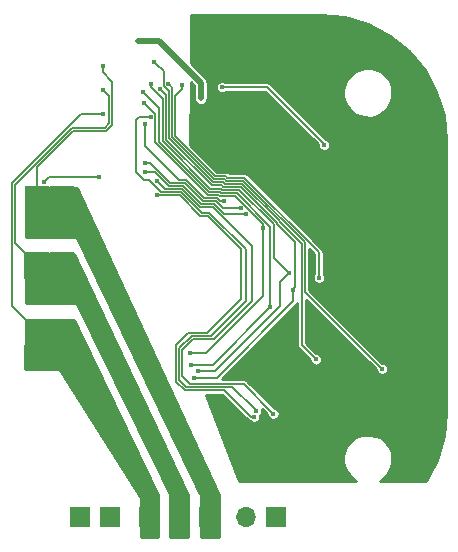
<source format=gbr>
G04 #@! TF.FileFunction,Copper,L2,Bot,Signal*
%FSLAX46Y46*%
G04 Gerber Fmt 4.6, Leading zero omitted, Abs format (unit mm)*
G04 Created by KiCad (PCBNEW 4.0.6) date 04/28/18 23:40:33*
%MOMM*%
%LPD*%
G01*
G04 APERTURE LIST*
%ADD10C,0.100000*%
%ADD11R,1.700000X1.700000*%
%ADD12O,1.700000X1.700000*%
%ADD13R,2.150000X2.200000*%
%ADD14C,0.400000*%
%ADD15C,0.500000*%
%ADD16C,0.130000*%
%ADD17C,0.254000*%
G04 APERTURE END LIST*
D10*
D11*
X73200000Y-85900000D03*
D12*
X70660000Y-85900000D03*
D11*
X56600000Y-85900000D03*
X59200000Y-85900000D03*
X62500000Y-85900000D03*
X65040000Y-85900000D03*
X67580000Y-85900000D03*
D13*
X52958935Y-72400000D03*
X52958935Y-70200000D03*
X55108935Y-72400000D03*
X55108935Y-70200000D03*
X52945000Y-66800000D03*
X52945000Y-64600000D03*
X55095000Y-66800000D03*
X55095000Y-64600000D03*
X52958935Y-61195000D03*
X52958935Y-58995000D03*
X55108935Y-61195000D03*
X55108935Y-58995000D03*
D14*
X77650000Y-62100000D03*
X74300000Y-81250000D03*
X76200000Y-74850000D03*
X72050000Y-72250000D03*
X82600000Y-63500000D03*
X82550000Y-70300000D03*
X67650000Y-54450000D03*
X67350000Y-54050000D03*
X72200000Y-47300000D03*
X71550000Y-47300000D03*
X70900000Y-47300000D03*
X70250000Y-47300000D03*
X73750000Y-47300000D03*
X73650000Y-56600000D03*
X74100000Y-56150000D03*
X62850004Y-45600000D03*
X62250000Y-45600000D03*
X61550000Y-45600004D03*
X66850000Y-49150000D03*
X66850000Y-49750000D03*
X66850000Y-50450000D03*
X58550000Y-51800000D03*
X58550000Y-49750000D03*
X58550000Y-47750000D03*
X77300000Y-54400000D03*
X68650000Y-49500000D03*
X62154990Y-55900000D03*
X70270685Y-59779315D03*
X70718687Y-60227316D03*
X62154990Y-56704315D03*
X66050000Y-73050000D03*
X61950000Y-49900000D03*
X72750000Y-68150000D03*
X66600000Y-73550000D03*
X62665825Y-49217677D03*
X74308093Y-65258636D03*
X65900000Y-72050000D03*
X62050000Y-50850000D03*
X72150000Y-61450000D03*
X66300000Y-74104990D03*
X63371481Y-49651262D03*
X74650000Y-66650000D03*
X58200000Y-57100000D03*
X53600000Y-57530002D03*
X71536701Y-76895010D03*
X62600000Y-52050000D03*
X71366430Y-77396927D03*
X63143602Y-58652231D03*
X63150000Y-57450000D03*
X73000000Y-77150000D03*
X62150000Y-52650000D03*
X68840858Y-59115087D03*
X64099999Y-49250000D03*
X82200000Y-73350000D03*
X62900000Y-47350000D03*
X76600000Y-72550000D03*
X65300000Y-49350000D03*
X76850000Y-65650000D03*
D15*
X63132846Y-45600000D02*
X62850004Y-45600000D01*
X66850000Y-49150000D02*
X63300000Y-45600000D01*
X63300000Y-45600000D02*
X63132846Y-45600000D01*
X62250000Y-45600000D02*
X62850004Y-45600000D01*
X62249996Y-45600004D02*
X62250000Y-45600000D01*
X61550000Y-45600004D02*
X62249996Y-45600004D01*
X66850000Y-49750000D02*
X66850000Y-50450000D01*
X66850000Y-49150000D02*
X66850000Y-49750000D01*
D16*
X58020000Y-51800000D02*
X58550000Y-51800000D01*
X50839989Y-62837700D02*
X50839989Y-57630011D01*
X56670000Y-51800000D02*
X58020000Y-51800000D01*
X50850000Y-62847711D02*
X50839989Y-62837700D01*
X50839989Y-57630011D02*
X56670000Y-51800000D01*
X52958935Y-70175000D02*
X50850000Y-68066065D01*
X52958935Y-70200000D02*
X52958935Y-70175000D01*
X50850000Y-68066065D02*
X50850000Y-62847711D01*
X58550000Y-49750000D02*
X58575000Y-49750000D01*
X51100000Y-57800000D02*
X51100000Y-62730000D01*
X58700000Y-52950000D02*
X55950000Y-52950000D01*
X59080000Y-52570000D02*
X58700000Y-52950000D01*
X58575000Y-49750000D02*
X59080000Y-50255000D01*
X59080000Y-50255000D02*
X59080000Y-52570000D01*
X55950000Y-52950000D02*
X51100000Y-57800000D01*
X51100000Y-62730000D02*
X52945000Y-64575000D01*
X52945000Y-64575000D02*
X52945000Y-64600000D01*
X55108935Y-58970000D02*
X55108935Y-58995000D01*
X59350000Y-49055000D02*
X58550000Y-48255000D01*
X59350000Y-52717711D02*
X59350000Y-49055000D01*
X56057699Y-53210011D02*
X58857700Y-53210011D01*
X52958935Y-58995000D02*
X52958935Y-56308775D01*
X58857700Y-53210011D02*
X59350000Y-52717711D01*
X58550000Y-48255000D02*
X58550000Y-47750000D01*
X52958935Y-56308775D02*
X56057699Y-53210011D01*
X68650000Y-49500000D02*
X72490000Y-49500000D01*
X72490000Y-49500000D02*
X77300000Y-54310000D01*
X77300000Y-54310000D02*
X77300000Y-54400000D01*
X68650000Y-49500000D02*
X68550000Y-49500000D01*
X62437832Y-55900000D02*
X62154990Y-55900000D01*
X64264502Y-57612187D02*
X62552315Y-55900000D01*
X65483031Y-57612187D02*
X64264502Y-57612187D01*
X70270685Y-59779315D02*
X68764737Y-59779315D01*
X68764737Y-59779315D02*
X68115400Y-59129978D01*
X67000818Y-59129978D02*
X65483031Y-57612187D01*
X62552315Y-55900000D02*
X62437832Y-55900000D01*
X68115400Y-59129978D02*
X67000818Y-59129978D01*
X65375331Y-57872198D02*
X64156802Y-57872198D01*
X68845027Y-60227316D02*
X68007700Y-59389989D01*
X70718687Y-60227316D02*
X68845027Y-60227316D01*
X68007700Y-59389989D02*
X66893119Y-59389989D01*
X66893119Y-59389989D02*
X65375331Y-57872198D01*
X62988919Y-56704315D02*
X62437832Y-56704315D01*
X62437832Y-56704315D02*
X62154990Y-56704315D01*
X64156802Y-57872198D02*
X62988919Y-56704315D01*
X62149999Y-50099999D02*
X61950000Y-49900000D01*
X68548621Y-58460066D02*
X68438500Y-58349945D01*
X63349945Y-51299945D02*
X62149999Y-50099999D01*
X67543679Y-58349945D02*
X63349945Y-54156211D01*
X69877776Y-58460066D02*
X68548621Y-58460066D01*
X72750000Y-68150000D02*
X72750000Y-61332291D01*
X68438500Y-58349945D02*
X67543679Y-58349945D01*
X63349945Y-54156211D02*
X63349945Y-51299945D01*
X72750000Y-61332291D02*
X69877776Y-58460066D01*
X66332842Y-73050000D02*
X66050000Y-73050000D01*
X67850000Y-73050000D02*
X66332842Y-73050000D01*
X72750000Y-68150000D02*
X67850000Y-73050000D01*
X70117766Y-58200055D02*
X68656321Y-58200055D01*
X62665825Y-49530208D02*
X62665825Y-49500519D01*
X67651379Y-58089934D02*
X63609956Y-54048511D01*
X68546200Y-58089934D02*
X67651379Y-58089934D01*
X68656321Y-58200055D02*
X68546200Y-58089934D01*
X62665825Y-49500519D02*
X62665825Y-49217677D01*
X74308093Y-65258636D02*
X73010011Y-63960554D01*
X73010011Y-63960554D02*
X73010011Y-61092300D01*
X73010011Y-61092300D02*
X70117766Y-58200055D01*
X63609956Y-50474339D02*
X62665825Y-49530208D01*
X63609956Y-54048511D02*
X63609956Y-50474339D01*
X66882842Y-73550000D02*
X66600000Y-73550000D01*
X73550000Y-66016729D02*
X73550000Y-68050000D01*
X73550000Y-68050000D02*
X68050000Y-73550000D01*
X74308093Y-65258636D02*
X73550000Y-66016729D01*
X68050000Y-73550000D02*
X66882842Y-73550000D01*
X63010011Y-54183988D02*
X67435979Y-58609956D01*
X68330800Y-58609956D02*
X68440921Y-58720077D01*
X69770076Y-58720077D02*
X72150000Y-61100001D01*
X62050000Y-50850000D02*
X63010011Y-51810011D01*
X72150000Y-61167158D02*
X72150000Y-61450000D01*
X67435979Y-58609956D02*
X68330800Y-58609956D01*
X63010011Y-51810011D02*
X63010011Y-54183988D01*
X72150000Y-61100001D02*
X72150000Y-61167158D01*
X68440921Y-58720077D02*
X69770076Y-58720077D01*
X66182842Y-72050000D02*
X65900000Y-72050000D01*
X72150000Y-67217711D02*
X67317711Y-72050000D01*
X72150000Y-61450000D02*
X72150000Y-67217711D01*
X67317711Y-72050000D02*
X66182842Y-72050000D01*
X74849999Y-66450001D02*
X74849999Y-62635421D01*
X67759079Y-57829923D02*
X63869967Y-53940811D01*
X73270022Y-61055444D02*
X73270022Y-60984600D01*
X63869967Y-50149748D02*
X63571480Y-49851261D01*
X63571480Y-49851261D02*
X63371481Y-49651262D01*
X73270022Y-60984600D02*
X70225466Y-57940044D01*
X74650000Y-66650000D02*
X74849999Y-66450001D01*
X63869967Y-53940811D02*
X63869967Y-50149748D01*
X74849999Y-62635421D02*
X73270022Y-61055444D01*
X70225466Y-57940044D02*
X68764021Y-57940044D01*
X68764021Y-57940044D02*
X68653900Y-57829923D01*
X68653900Y-57829923D02*
X67759079Y-57829923D01*
X66582842Y-74104990D02*
X66300000Y-74104990D01*
X68195010Y-74104990D02*
X66582842Y-74104990D01*
X74650000Y-66650000D02*
X74650000Y-67650000D01*
X74650000Y-67650000D02*
X68195010Y-74104990D01*
X53600000Y-57530002D02*
X54030002Y-57100000D01*
X54030002Y-57100000D02*
X58200000Y-57100000D01*
X67689989Y-70560011D02*
X66072278Y-70560011D01*
X65622278Y-74889989D02*
X69531680Y-74889989D01*
X65039989Y-71592300D02*
X65039989Y-74307700D01*
X67567711Y-60150000D02*
X70650000Y-63232289D01*
X70650000Y-67600000D02*
X67689989Y-70560011D01*
X66917710Y-60150000D02*
X67567711Y-60150000D01*
X65159931Y-58392220D02*
X66917710Y-60150000D01*
X62467710Y-57350000D02*
X63509930Y-58392220D01*
X69531680Y-74889989D02*
X71336702Y-76695011D01*
X71336702Y-76695011D02*
X71536701Y-76895010D01*
X63509930Y-58392220D02*
X65159931Y-58392220D01*
X61392978Y-56692978D02*
X62050000Y-57350000D01*
X62050000Y-57350000D02*
X62467710Y-57350000D01*
X61392978Y-52307022D02*
X61392978Y-56692978D01*
X61650000Y-52050000D02*
X61392978Y-52307022D01*
X62600000Y-52050000D02*
X61650000Y-52050000D01*
X70650000Y-63232289D02*
X70650000Y-67600000D01*
X66072278Y-70560011D02*
X65039989Y-71592300D01*
X65039989Y-74307700D02*
X65622278Y-74889989D01*
X67460011Y-60410011D02*
X70250000Y-63200000D01*
X64779978Y-74447689D02*
X65482289Y-75150000D01*
X66810011Y-60410011D02*
X67460011Y-60410011D01*
X70250000Y-63200000D02*
X70250000Y-67450000D01*
X68836661Y-75150000D02*
X71083588Y-77396927D01*
X70250000Y-67450000D02*
X67400000Y-70300000D01*
X65052231Y-58652231D02*
X66810011Y-60410011D01*
X63143602Y-58652231D02*
X65052231Y-58652231D01*
X67400000Y-70300000D02*
X65800000Y-70300000D01*
X65800000Y-70300000D02*
X64779978Y-71320022D01*
X64779978Y-71320022D02*
X64779978Y-74447689D01*
X65482289Y-75150000D02*
X68836661Y-75150000D01*
X71083588Y-77396927D02*
X71366430Y-77396927D01*
X71200000Y-67600000D02*
X71200000Y-62950000D01*
X71200000Y-62950000D02*
X67900000Y-59650000D01*
X65300000Y-74000000D02*
X65300000Y-71750000D01*
X67900000Y-59650000D02*
X66785420Y-59650000D01*
X67979978Y-70820022D02*
X71200000Y-67600000D01*
X73000000Y-77150000D02*
X70479978Y-74629978D01*
X65300000Y-71750000D02*
X66229978Y-70820022D01*
X65929978Y-74629978D02*
X65300000Y-74000000D01*
X70479978Y-74629978D02*
X65929978Y-74629978D01*
X63349999Y-57649999D02*
X63150000Y-57450000D01*
X66229978Y-70820022D02*
X67979978Y-70820022D01*
X66785420Y-59650000D02*
X65267631Y-58132209D01*
X65267631Y-58132209D02*
X63832209Y-58132209D01*
X63832209Y-58132209D02*
X63349999Y-57649999D01*
X62150000Y-52932842D02*
X62150000Y-52650000D01*
X62150000Y-54490429D02*
X62150000Y-52932842D01*
X65011747Y-57352176D02*
X62150000Y-54490429D01*
X65590731Y-57352176D02*
X65011747Y-57352176D01*
X68223100Y-58869967D02*
X67108517Y-58869967D01*
X68468220Y-59115087D02*
X68223100Y-58869967D01*
X68840858Y-59115087D02*
X68468220Y-59115087D01*
X67108517Y-58869967D02*
X65590731Y-57352176D01*
X68979421Y-57420022D02*
X68869300Y-57309901D01*
X70440866Y-57420022D02*
X68979421Y-57420022D01*
X64299998Y-49449999D02*
X64099999Y-49250000D01*
X64389989Y-53725411D02*
X64389989Y-49539990D01*
X75660011Y-62639168D02*
X70440866Y-57420022D01*
X75660011Y-66810011D02*
X75660011Y-62639168D01*
X82200000Y-73350000D02*
X75660011Y-66810011D01*
X67974479Y-57309901D02*
X64389989Y-53725411D01*
X64389989Y-49539990D02*
X64299998Y-49449999D01*
X68869300Y-57309901D02*
X67974479Y-57309901D01*
X63099999Y-47549999D02*
X62900000Y-47350000D01*
X73530033Y-60876900D02*
X70333166Y-57680033D01*
X73530033Y-60930033D02*
X73530033Y-60876900D01*
X64129978Y-53833111D02*
X64129978Y-49864583D01*
X63704997Y-49439602D02*
X63704997Y-48154997D01*
X67866779Y-57569912D02*
X64129978Y-53833111D01*
X68761600Y-57569912D02*
X67866779Y-57569912D01*
X75400000Y-62800000D02*
X73530033Y-60930033D01*
X64129978Y-49864583D02*
X63704997Y-49439602D01*
X75400000Y-71350000D02*
X75400000Y-62800000D01*
X76600000Y-72550000D02*
X75400000Y-71350000D01*
X70333166Y-57680033D02*
X68871721Y-57680033D01*
X63704997Y-48154997D02*
X63099999Y-47549999D01*
X68871721Y-57680033D02*
X68761600Y-57569912D01*
X69087121Y-57160011D02*
X68977000Y-57049890D01*
X70548566Y-57160011D02*
X69087121Y-57160011D01*
X68082179Y-57049890D02*
X64650000Y-53617711D01*
X64650000Y-53617711D02*
X64650000Y-50282842D01*
X76850000Y-65650000D02*
X76850000Y-63461446D01*
X76850000Y-63461446D02*
X70548566Y-57160011D01*
X68977000Y-57049890D02*
X68082179Y-57049890D01*
X64650000Y-50282842D02*
X65300000Y-49632842D01*
X65300000Y-49632842D02*
X65300000Y-49350000D01*
D17*
G36*
X63223000Y-84078807D02*
X63223000Y-87623000D01*
X61777000Y-87623000D01*
X61777000Y-84350000D01*
X61771972Y-84314619D01*
X61757389Y-84282202D01*
X54907389Y-73432202D01*
X54884249Y-73404968D01*
X54854438Y-73385259D01*
X54820317Y-73374636D01*
X54800000Y-73373000D01*
X51978452Y-73373000D01*
X52025565Y-69227000D01*
X56119962Y-69227000D01*
X63223000Y-84078807D01*
X63223000Y-84078807D01*
G37*
X63223000Y-84078807D02*
X63223000Y-87623000D01*
X61777000Y-87623000D01*
X61777000Y-84350000D01*
X61771972Y-84314619D01*
X61757389Y-84282202D01*
X54907389Y-73432202D01*
X54884249Y-73404968D01*
X54854438Y-73385259D01*
X54820317Y-73374636D01*
X54800000Y-73373000D01*
X51978452Y-73373000D01*
X52025565Y-69227000D01*
X56119962Y-69227000D01*
X63223000Y-84078807D01*
G36*
X65773000Y-84028531D02*
X65773000Y-87623000D01*
X64277000Y-87623000D01*
X64277000Y-84050000D01*
X64271972Y-84014619D01*
X64264014Y-83994055D01*
X56364014Y-67894055D01*
X56343914Y-67864507D01*
X56316378Y-67841727D01*
X56283586Y-67827522D01*
X56250000Y-67823000D01*
X52025581Y-67823000D01*
X51978435Y-63627000D01*
X56119593Y-63627000D01*
X65773000Y-84028531D01*
X65773000Y-84028531D01*
G37*
X65773000Y-84028531D02*
X65773000Y-87623000D01*
X64277000Y-87623000D01*
X64277000Y-84050000D01*
X64271972Y-84014619D01*
X64264014Y-83994055D01*
X56364014Y-67894055D01*
X56343914Y-67864507D01*
X56316378Y-67841727D01*
X56283586Y-67827522D01*
X56250000Y-67823000D01*
X52025581Y-67823000D01*
X51978435Y-63627000D01*
X56119593Y-63627000D01*
X65773000Y-84028531D01*
G36*
X53436360Y-58033634D02*
X53537299Y-58055827D01*
X53640627Y-58057991D01*
X53742406Y-58040045D01*
X53776038Y-58027000D01*
X56368753Y-58027000D01*
X68373000Y-84027901D01*
X68373000Y-87623000D01*
X66827000Y-87623000D01*
X66827000Y-84000000D01*
X66821972Y-83964619D01*
X66814423Y-83944897D01*
X56364423Y-62244897D01*
X56344542Y-62215201D01*
X56317175Y-62192220D01*
X56284488Y-62177773D01*
X56250000Y-62173000D01*
X52027000Y-62173000D01*
X52027000Y-58027000D01*
X53421175Y-58027000D01*
X53436360Y-58033634D01*
X53436360Y-58033634D01*
G37*
X53436360Y-58033634D02*
X53537299Y-58055827D01*
X53640627Y-58057991D01*
X53742406Y-58040045D01*
X53776038Y-58027000D01*
X56368753Y-58027000D01*
X68373000Y-84027901D01*
X68373000Y-87623000D01*
X66827000Y-87623000D01*
X66827000Y-84000000D01*
X66821972Y-83964619D01*
X66814423Y-83944897D01*
X56364423Y-62244897D01*
X56344542Y-62215201D01*
X56317175Y-62192220D01*
X56284488Y-62177773D01*
X56250000Y-62173000D01*
X52027000Y-62173000D01*
X52027000Y-58027000D01*
X53421175Y-58027000D01*
X53436360Y-58033634D01*
G36*
X79063004Y-43581087D02*
X81047420Y-44180218D01*
X82877679Y-45153384D01*
X84484056Y-46463514D01*
X85805368Y-48060706D01*
X86791286Y-49884122D01*
X87404257Y-51864311D01*
X87622801Y-53943620D01*
X87623000Y-54000742D01*
X87623000Y-76981559D01*
X87418913Y-79063004D01*
X86819782Y-81047420D01*
X85875690Y-82823000D01*
X82003831Y-82823000D01*
X82284916Y-82644618D01*
X82579887Y-82363721D01*
X82814679Y-82030881D01*
X82980352Y-81658775D01*
X83070593Y-81261577D01*
X83077089Y-80796340D01*
X82997974Y-80396776D01*
X82842756Y-80020189D01*
X82617348Y-79680923D01*
X82330336Y-79391900D01*
X81992652Y-79164129D01*
X81617157Y-79006286D01*
X81218156Y-78924383D01*
X80810845Y-78921539D01*
X80410739Y-78997864D01*
X80033078Y-79150449D01*
X79692247Y-79373483D01*
X79401227Y-79658470D01*
X79171104Y-79994556D01*
X79010643Y-80368939D01*
X78925957Y-80767359D01*
X78920270Y-81174640D01*
X78993799Y-81575269D01*
X79143744Y-81953986D01*
X79364393Y-82296366D01*
X79647341Y-82589369D01*
X79981812Y-82821832D01*
X79984485Y-82823000D01*
X70085199Y-82823000D01*
X67309122Y-75542000D01*
X68674289Y-75542000D01*
X70806402Y-77674113D01*
X70834397Y-77697108D01*
X70862121Y-77720371D01*
X70863928Y-77721364D01*
X70865521Y-77722673D01*
X70897449Y-77739793D01*
X70929163Y-77757228D01*
X70931126Y-77757851D01*
X70932945Y-77758826D01*
X70967584Y-77769416D01*
X71002087Y-77780361D01*
X71004137Y-77780591D01*
X71004343Y-77780654D01*
X71023218Y-77800200D01*
X71108084Y-77859183D01*
X71202790Y-77900559D01*
X71303729Y-77922752D01*
X71407057Y-77924916D01*
X71508836Y-77906970D01*
X71605192Y-77869596D01*
X71692454Y-77814218D01*
X71767297Y-77742946D01*
X71826871Y-77658494D01*
X71868907Y-77564079D01*
X71891804Y-77463297D01*
X71893453Y-77345252D01*
X71883089Y-77292909D01*
X71937568Y-77241029D01*
X71997142Y-77156577D01*
X72039178Y-77062162D01*
X72062075Y-76961380D01*
X72063724Y-76843335D01*
X72045148Y-76749520D01*
X72472550Y-77176922D01*
X72472307Y-77194312D01*
X72490964Y-77295964D01*
X72529010Y-77392056D01*
X72584995Y-77478929D01*
X72656788Y-77553273D01*
X72741654Y-77612256D01*
X72836360Y-77653632D01*
X72937299Y-77675825D01*
X73040627Y-77677989D01*
X73142406Y-77660043D01*
X73238762Y-77622669D01*
X73326024Y-77567291D01*
X73400867Y-77496019D01*
X73460441Y-77411567D01*
X73502477Y-77317152D01*
X73525374Y-77216370D01*
X73527023Y-77098325D01*
X73506949Y-76996943D01*
X73467565Y-76901391D01*
X73410372Y-76815309D01*
X73337548Y-76741975D01*
X73251867Y-76684182D01*
X73156592Y-76644132D01*
X73055353Y-76623351D01*
X73027529Y-76623157D01*
X70757164Y-74352792D01*
X70729169Y-74329797D01*
X70701445Y-74306534D01*
X70699638Y-74305541D01*
X70698045Y-74304232D01*
X70666117Y-74287112D01*
X70634403Y-74269677D01*
X70632440Y-74269054D01*
X70630621Y-74268079D01*
X70595982Y-74257489D01*
X70561479Y-74246544D01*
X70559429Y-74246314D01*
X70557460Y-74245712D01*
X70521447Y-74242054D01*
X70485451Y-74238016D01*
X70481425Y-74237988D01*
X70481346Y-74237980D01*
X70481272Y-74237987D01*
X70479978Y-74237978D01*
X68616394Y-74237978D01*
X74927186Y-67927186D01*
X74950177Y-67899196D01*
X74973444Y-67871467D01*
X74974438Y-67869660D01*
X74975745Y-67868068D01*
X74992847Y-67836173D01*
X75008000Y-67808610D01*
X75008000Y-71350000D01*
X75011537Y-71386074D01*
X75014690Y-71422109D01*
X75015265Y-71424087D01*
X75015466Y-71426140D01*
X75025942Y-71460839D01*
X75036034Y-71495576D01*
X75036981Y-71497404D01*
X75037578Y-71499380D01*
X75054576Y-71531348D01*
X75071241Y-71563499D01*
X75072529Y-71565113D01*
X75073495Y-71566929D01*
X75096362Y-71594967D01*
X75118971Y-71623289D01*
X75121798Y-71626156D01*
X75121848Y-71626217D01*
X75121905Y-71626264D01*
X75122814Y-71627186D01*
X76072550Y-72576922D01*
X76072307Y-72594312D01*
X76090964Y-72695964D01*
X76129010Y-72792056D01*
X76184995Y-72878929D01*
X76256788Y-72953273D01*
X76341654Y-73012256D01*
X76436360Y-73053632D01*
X76537299Y-73075825D01*
X76640627Y-73077989D01*
X76742406Y-73060043D01*
X76838762Y-73022669D01*
X76926024Y-72967291D01*
X77000867Y-72896019D01*
X77060441Y-72811567D01*
X77102477Y-72717152D01*
X77125374Y-72616370D01*
X77127023Y-72498325D01*
X77106949Y-72396943D01*
X77067565Y-72301391D01*
X77010372Y-72215309D01*
X76937548Y-72141975D01*
X76851867Y-72084182D01*
X76756592Y-72044132D01*
X76655353Y-72023351D01*
X76627529Y-72023157D01*
X75792000Y-71187628D01*
X75792000Y-67496372D01*
X81672550Y-73376922D01*
X81672307Y-73394312D01*
X81690964Y-73495964D01*
X81729010Y-73592056D01*
X81784995Y-73678929D01*
X81856788Y-73753273D01*
X81941654Y-73812256D01*
X82036360Y-73853632D01*
X82137299Y-73875825D01*
X82240627Y-73877989D01*
X82342406Y-73860043D01*
X82438762Y-73822669D01*
X82526024Y-73767291D01*
X82600867Y-73696019D01*
X82660441Y-73611567D01*
X82702477Y-73517152D01*
X82725374Y-73416370D01*
X82727023Y-73298325D01*
X82706949Y-73196943D01*
X82667565Y-73101391D01*
X82610372Y-73015309D01*
X82537548Y-72941975D01*
X82451867Y-72884182D01*
X82356592Y-72844132D01*
X82255353Y-72823351D01*
X82227529Y-72823157D01*
X76052011Y-66647639D01*
X76052011Y-63217829D01*
X76458000Y-63623818D01*
X76458000Y-65296236D01*
X76444341Y-65309612D01*
X76385952Y-65394887D01*
X76345238Y-65489880D01*
X76323750Y-65590972D01*
X76322307Y-65694312D01*
X76340964Y-65795964D01*
X76379010Y-65892056D01*
X76434995Y-65978929D01*
X76506788Y-66053273D01*
X76591654Y-66112256D01*
X76686360Y-66153632D01*
X76787299Y-66175825D01*
X76890627Y-66177989D01*
X76992406Y-66160043D01*
X77088762Y-66122669D01*
X77176024Y-66067291D01*
X77250867Y-65996019D01*
X77310441Y-65911567D01*
X77352477Y-65817152D01*
X77375374Y-65716370D01*
X77377023Y-65598325D01*
X77356949Y-65496943D01*
X77317565Y-65401391D01*
X77260372Y-65315309D01*
X77242000Y-65296808D01*
X77242000Y-63461446D01*
X77238463Y-63425372D01*
X77235310Y-63389337D01*
X77234735Y-63387359D01*
X77234534Y-63385306D01*
X77224058Y-63350607D01*
X77213966Y-63315870D01*
X77213019Y-63314042D01*
X77212422Y-63312066D01*
X77195424Y-63280098D01*
X77178759Y-63247947D01*
X77177471Y-63246333D01*
X77176505Y-63244517D01*
X77153638Y-63216479D01*
X77131029Y-63188157D01*
X77128202Y-63185290D01*
X77128152Y-63185229D01*
X77128095Y-63185182D01*
X77127186Y-63184260D01*
X70825752Y-56882825D01*
X70797735Y-56859812D01*
X70770033Y-56836567D01*
X70768229Y-56835575D01*
X70766634Y-56834265D01*
X70734684Y-56817134D01*
X70702991Y-56799710D01*
X70701028Y-56799087D01*
X70699209Y-56798112D01*
X70664570Y-56787522D01*
X70630067Y-56776577D01*
X70628017Y-56776347D01*
X70626048Y-56775745D01*
X70590035Y-56772087D01*
X70554039Y-56768049D01*
X70550013Y-56768021D01*
X70549934Y-56768013D01*
X70549860Y-56768020D01*
X70548566Y-56768011D01*
X69248473Y-56768011D01*
X69226191Y-56749709D01*
X69198467Y-56726446D01*
X69196660Y-56725453D01*
X69195067Y-56724144D01*
X69163139Y-56707024D01*
X69131425Y-56689589D01*
X69129462Y-56688966D01*
X69127643Y-56687991D01*
X69093004Y-56677401D01*
X69058501Y-56666456D01*
X69056451Y-56666226D01*
X69054482Y-56665624D01*
X69018469Y-56661966D01*
X68982473Y-56657928D01*
X68978447Y-56657900D01*
X68978368Y-56657892D01*
X68978294Y-56657899D01*
X68977000Y-56657890D01*
X68244551Y-56657890D01*
X65974284Y-54387623D01*
X65986375Y-49102377D01*
X66273000Y-49389002D01*
X66273000Y-50450000D01*
X66283989Y-50562073D01*
X66316537Y-50669878D01*
X66369404Y-50769307D01*
X66440578Y-50856574D01*
X66527346Y-50928355D01*
X66626404Y-50981915D01*
X66733978Y-51015215D01*
X66845972Y-51026986D01*
X66958119Y-51016780D01*
X67066148Y-50984985D01*
X67165944Y-50932813D01*
X67253706Y-50862251D01*
X67326090Y-50775986D01*
X67380341Y-50677304D01*
X67414391Y-50569965D01*
X67426944Y-50458056D01*
X67427000Y-50450000D01*
X67427000Y-49544312D01*
X68122307Y-49544312D01*
X68140964Y-49645964D01*
X68179010Y-49742056D01*
X68234995Y-49828929D01*
X68306788Y-49903273D01*
X68391654Y-49962256D01*
X68486360Y-50003632D01*
X68587299Y-50025825D01*
X68690627Y-50027989D01*
X68792406Y-50010043D01*
X68888762Y-49972669D01*
X68976024Y-49917291D01*
X69002582Y-49892000D01*
X72327628Y-49892000D01*
X76774250Y-54338622D01*
X76773750Y-54340972D01*
X76772307Y-54444312D01*
X76790964Y-54545964D01*
X76829010Y-54642056D01*
X76884995Y-54728929D01*
X76956788Y-54803273D01*
X77041654Y-54862256D01*
X77136360Y-54903632D01*
X77237299Y-54925825D01*
X77340627Y-54927989D01*
X77442406Y-54910043D01*
X77538762Y-54872669D01*
X77626024Y-54817291D01*
X77700867Y-54746019D01*
X77760441Y-54661567D01*
X77802477Y-54567152D01*
X77825374Y-54466370D01*
X77827023Y-54348325D01*
X77806949Y-54246943D01*
X77767565Y-54151391D01*
X77710372Y-54065309D01*
X77637548Y-53991975D01*
X77551867Y-53934182D01*
X77456592Y-53894132D01*
X77433832Y-53889460D01*
X73719012Y-50174640D01*
X78920270Y-50174640D01*
X78993799Y-50575269D01*
X79143744Y-50953986D01*
X79364393Y-51296366D01*
X79647341Y-51589369D01*
X79981812Y-51821832D01*
X80355066Y-51984903D01*
X80752885Y-52072369D01*
X81160116Y-52080899D01*
X81561249Y-52010168D01*
X81941004Y-51862871D01*
X82284916Y-51644618D01*
X82579887Y-51363721D01*
X82814679Y-51030881D01*
X82980352Y-50658775D01*
X83070593Y-50261577D01*
X83077089Y-49796340D01*
X82997974Y-49396776D01*
X82842756Y-49020189D01*
X82617348Y-48680923D01*
X82330336Y-48391900D01*
X81992652Y-48164129D01*
X81617157Y-48006286D01*
X81218156Y-47924383D01*
X80810845Y-47921539D01*
X80410739Y-47997864D01*
X80033078Y-48150449D01*
X79692247Y-48373483D01*
X79401227Y-48658470D01*
X79171104Y-48994556D01*
X79010643Y-49368939D01*
X78925957Y-49767359D01*
X78920270Y-50174640D01*
X73719012Y-50174640D01*
X72767186Y-49222814D01*
X72739191Y-49199819D01*
X72711467Y-49176556D01*
X72709660Y-49175563D01*
X72708067Y-49174254D01*
X72676139Y-49157134D01*
X72644425Y-49139699D01*
X72642462Y-49139076D01*
X72640643Y-49138101D01*
X72606004Y-49127511D01*
X72571501Y-49116566D01*
X72569451Y-49116336D01*
X72567482Y-49115734D01*
X72531469Y-49112076D01*
X72495473Y-49108038D01*
X72491447Y-49108010D01*
X72491368Y-49108002D01*
X72491294Y-49108009D01*
X72490000Y-49108000D01*
X69003462Y-49108000D01*
X68987548Y-49091975D01*
X68901867Y-49034182D01*
X68806592Y-48994132D01*
X68705353Y-48973351D01*
X68602006Y-48972629D01*
X68500486Y-48991995D01*
X68404662Y-49030711D01*
X68318182Y-49087302D01*
X68244341Y-49159612D01*
X68185952Y-49244887D01*
X68145238Y-49339880D01*
X68123750Y-49440972D01*
X68122307Y-49544312D01*
X67427000Y-49544312D01*
X67427000Y-49150000D01*
X67421799Y-49096957D01*
X67417153Y-49043860D01*
X67416307Y-49040949D01*
X67416011Y-49037927D01*
X67400598Y-48986877D01*
X67385736Y-48935720D01*
X67384340Y-48933027D01*
X67383463Y-48930122D01*
X67358435Y-48883051D01*
X67333913Y-48835743D01*
X67332021Y-48833373D01*
X67330596Y-48830693D01*
X67296914Y-48789395D01*
X67263657Y-48747735D01*
X67259489Y-48743508D01*
X67259422Y-48743426D01*
X67259347Y-48743364D01*
X67258001Y-48741999D01*
X65990101Y-47474099D01*
X65999474Y-43377000D01*
X76981559Y-43377000D01*
X79063004Y-43581087D01*
X79063004Y-43581087D01*
G37*
X79063004Y-43581087D02*
X81047420Y-44180218D01*
X82877679Y-45153384D01*
X84484056Y-46463514D01*
X85805368Y-48060706D01*
X86791286Y-49884122D01*
X87404257Y-51864311D01*
X87622801Y-53943620D01*
X87623000Y-54000742D01*
X87623000Y-76981559D01*
X87418913Y-79063004D01*
X86819782Y-81047420D01*
X85875690Y-82823000D01*
X82003831Y-82823000D01*
X82284916Y-82644618D01*
X82579887Y-82363721D01*
X82814679Y-82030881D01*
X82980352Y-81658775D01*
X83070593Y-81261577D01*
X83077089Y-80796340D01*
X82997974Y-80396776D01*
X82842756Y-80020189D01*
X82617348Y-79680923D01*
X82330336Y-79391900D01*
X81992652Y-79164129D01*
X81617157Y-79006286D01*
X81218156Y-78924383D01*
X80810845Y-78921539D01*
X80410739Y-78997864D01*
X80033078Y-79150449D01*
X79692247Y-79373483D01*
X79401227Y-79658470D01*
X79171104Y-79994556D01*
X79010643Y-80368939D01*
X78925957Y-80767359D01*
X78920270Y-81174640D01*
X78993799Y-81575269D01*
X79143744Y-81953986D01*
X79364393Y-82296366D01*
X79647341Y-82589369D01*
X79981812Y-82821832D01*
X79984485Y-82823000D01*
X70085199Y-82823000D01*
X67309122Y-75542000D01*
X68674289Y-75542000D01*
X70806402Y-77674113D01*
X70834397Y-77697108D01*
X70862121Y-77720371D01*
X70863928Y-77721364D01*
X70865521Y-77722673D01*
X70897449Y-77739793D01*
X70929163Y-77757228D01*
X70931126Y-77757851D01*
X70932945Y-77758826D01*
X70967584Y-77769416D01*
X71002087Y-77780361D01*
X71004137Y-77780591D01*
X71004343Y-77780654D01*
X71023218Y-77800200D01*
X71108084Y-77859183D01*
X71202790Y-77900559D01*
X71303729Y-77922752D01*
X71407057Y-77924916D01*
X71508836Y-77906970D01*
X71605192Y-77869596D01*
X71692454Y-77814218D01*
X71767297Y-77742946D01*
X71826871Y-77658494D01*
X71868907Y-77564079D01*
X71891804Y-77463297D01*
X71893453Y-77345252D01*
X71883089Y-77292909D01*
X71937568Y-77241029D01*
X71997142Y-77156577D01*
X72039178Y-77062162D01*
X72062075Y-76961380D01*
X72063724Y-76843335D01*
X72045148Y-76749520D01*
X72472550Y-77176922D01*
X72472307Y-77194312D01*
X72490964Y-77295964D01*
X72529010Y-77392056D01*
X72584995Y-77478929D01*
X72656788Y-77553273D01*
X72741654Y-77612256D01*
X72836360Y-77653632D01*
X72937299Y-77675825D01*
X73040627Y-77677989D01*
X73142406Y-77660043D01*
X73238762Y-77622669D01*
X73326024Y-77567291D01*
X73400867Y-77496019D01*
X73460441Y-77411567D01*
X73502477Y-77317152D01*
X73525374Y-77216370D01*
X73527023Y-77098325D01*
X73506949Y-76996943D01*
X73467565Y-76901391D01*
X73410372Y-76815309D01*
X73337548Y-76741975D01*
X73251867Y-76684182D01*
X73156592Y-76644132D01*
X73055353Y-76623351D01*
X73027529Y-76623157D01*
X70757164Y-74352792D01*
X70729169Y-74329797D01*
X70701445Y-74306534D01*
X70699638Y-74305541D01*
X70698045Y-74304232D01*
X70666117Y-74287112D01*
X70634403Y-74269677D01*
X70632440Y-74269054D01*
X70630621Y-74268079D01*
X70595982Y-74257489D01*
X70561479Y-74246544D01*
X70559429Y-74246314D01*
X70557460Y-74245712D01*
X70521447Y-74242054D01*
X70485451Y-74238016D01*
X70481425Y-74237988D01*
X70481346Y-74237980D01*
X70481272Y-74237987D01*
X70479978Y-74237978D01*
X68616394Y-74237978D01*
X74927186Y-67927186D01*
X74950177Y-67899196D01*
X74973444Y-67871467D01*
X74974438Y-67869660D01*
X74975745Y-67868068D01*
X74992847Y-67836173D01*
X75008000Y-67808610D01*
X75008000Y-71350000D01*
X75011537Y-71386074D01*
X75014690Y-71422109D01*
X75015265Y-71424087D01*
X75015466Y-71426140D01*
X75025942Y-71460839D01*
X75036034Y-71495576D01*
X75036981Y-71497404D01*
X75037578Y-71499380D01*
X75054576Y-71531348D01*
X75071241Y-71563499D01*
X75072529Y-71565113D01*
X75073495Y-71566929D01*
X75096362Y-71594967D01*
X75118971Y-71623289D01*
X75121798Y-71626156D01*
X75121848Y-71626217D01*
X75121905Y-71626264D01*
X75122814Y-71627186D01*
X76072550Y-72576922D01*
X76072307Y-72594312D01*
X76090964Y-72695964D01*
X76129010Y-72792056D01*
X76184995Y-72878929D01*
X76256788Y-72953273D01*
X76341654Y-73012256D01*
X76436360Y-73053632D01*
X76537299Y-73075825D01*
X76640627Y-73077989D01*
X76742406Y-73060043D01*
X76838762Y-73022669D01*
X76926024Y-72967291D01*
X77000867Y-72896019D01*
X77060441Y-72811567D01*
X77102477Y-72717152D01*
X77125374Y-72616370D01*
X77127023Y-72498325D01*
X77106949Y-72396943D01*
X77067565Y-72301391D01*
X77010372Y-72215309D01*
X76937548Y-72141975D01*
X76851867Y-72084182D01*
X76756592Y-72044132D01*
X76655353Y-72023351D01*
X76627529Y-72023157D01*
X75792000Y-71187628D01*
X75792000Y-67496372D01*
X81672550Y-73376922D01*
X81672307Y-73394312D01*
X81690964Y-73495964D01*
X81729010Y-73592056D01*
X81784995Y-73678929D01*
X81856788Y-73753273D01*
X81941654Y-73812256D01*
X82036360Y-73853632D01*
X82137299Y-73875825D01*
X82240627Y-73877989D01*
X82342406Y-73860043D01*
X82438762Y-73822669D01*
X82526024Y-73767291D01*
X82600867Y-73696019D01*
X82660441Y-73611567D01*
X82702477Y-73517152D01*
X82725374Y-73416370D01*
X82727023Y-73298325D01*
X82706949Y-73196943D01*
X82667565Y-73101391D01*
X82610372Y-73015309D01*
X82537548Y-72941975D01*
X82451867Y-72884182D01*
X82356592Y-72844132D01*
X82255353Y-72823351D01*
X82227529Y-72823157D01*
X76052011Y-66647639D01*
X76052011Y-63217829D01*
X76458000Y-63623818D01*
X76458000Y-65296236D01*
X76444341Y-65309612D01*
X76385952Y-65394887D01*
X76345238Y-65489880D01*
X76323750Y-65590972D01*
X76322307Y-65694312D01*
X76340964Y-65795964D01*
X76379010Y-65892056D01*
X76434995Y-65978929D01*
X76506788Y-66053273D01*
X76591654Y-66112256D01*
X76686360Y-66153632D01*
X76787299Y-66175825D01*
X76890627Y-66177989D01*
X76992406Y-66160043D01*
X77088762Y-66122669D01*
X77176024Y-66067291D01*
X77250867Y-65996019D01*
X77310441Y-65911567D01*
X77352477Y-65817152D01*
X77375374Y-65716370D01*
X77377023Y-65598325D01*
X77356949Y-65496943D01*
X77317565Y-65401391D01*
X77260372Y-65315309D01*
X77242000Y-65296808D01*
X77242000Y-63461446D01*
X77238463Y-63425372D01*
X77235310Y-63389337D01*
X77234735Y-63387359D01*
X77234534Y-63385306D01*
X77224058Y-63350607D01*
X77213966Y-63315870D01*
X77213019Y-63314042D01*
X77212422Y-63312066D01*
X77195424Y-63280098D01*
X77178759Y-63247947D01*
X77177471Y-63246333D01*
X77176505Y-63244517D01*
X77153638Y-63216479D01*
X77131029Y-63188157D01*
X77128202Y-63185290D01*
X77128152Y-63185229D01*
X77128095Y-63185182D01*
X77127186Y-63184260D01*
X70825752Y-56882825D01*
X70797735Y-56859812D01*
X70770033Y-56836567D01*
X70768229Y-56835575D01*
X70766634Y-56834265D01*
X70734684Y-56817134D01*
X70702991Y-56799710D01*
X70701028Y-56799087D01*
X70699209Y-56798112D01*
X70664570Y-56787522D01*
X70630067Y-56776577D01*
X70628017Y-56776347D01*
X70626048Y-56775745D01*
X70590035Y-56772087D01*
X70554039Y-56768049D01*
X70550013Y-56768021D01*
X70549934Y-56768013D01*
X70549860Y-56768020D01*
X70548566Y-56768011D01*
X69248473Y-56768011D01*
X69226191Y-56749709D01*
X69198467Y-56726446D01*
X69196660Y-56725453D01*
X69195067Y-56724144D01*
X69163139Y-56707024D01*
X69131425Y-56689589D01*
X69129462Y-56688966D01*
X69127643Y-56687991D01*
X69093004Y-56677401D01*
X69058501Y-56666456D01*
X69056451Y-56666226D01*
X69054482Y-56665624D01*
X69018469Y-56661966D01*
X68982473Y-56657928D01*
X68978447Y-56657900D01*
X68978368Y-56657892D01*
X68978294Y-56657899D01*
X68977000Y-56657890D01*
X68244551Y-56657890D01*
X65974284Y-54387623D01*
X65986375Y-49102377D01*
X66273000Y-49389002D01*
X66273000Y-50450000D01*
X66283989Y-50562073D01*
X66316537Y-50669878D01*
X66369404Y-50769307D01*
X66440578Y-50856574D01*
X66527346Y-50928355D01*
X66626404Y-50981915D01*
X66733978Y-51015215D01*
X66845972Y-51026986D01*
X66958119Y-51016780D01*
X67066148Y-50984985D01*
X67165944Y-50932813D01*
X67253706Y-50862251D01*
X67326090Y-50775986D01*
X67380341Y-50677304D01*
X67414391Y-50569965D01*
X67426944Y-50458056D01*
X67427000Y-50450000D01*
X67427000Y-49544312D01*
X68122307Y-49544312D01*
X68140964Y-49645964D01*
X68179010Y-49742056D01*
X68234995Y-49828929D01*
X68306788Y-49903273D01*
X68391654Y-49962256D01*
X68486360Y-50003632D01*
X68587299Y-50025825D01*
X68690627Y-50027989D01*
X68792406Y-50010043D01*
X68888762Y-49972669D01*
X68976024Y-49917291D01*
X69002582Y-49892000D01*
X72327628Y-49892000D01*
X76774250Y-54338622D01*
X76773750Y-54340972D01*
X76772307Y-54444312D01*
X76790964Y-54545964D01*
X76829010Y-54642056D01*
X76884995Y-54728929D01*
X76956788Y-54803273D01*
X77041654Y-54862256D01*
X77136360Y-54903632D01*
X77237299Y-54925825D01*
X77340627Y-54927989D01*
X77442406Y-54910043D01*
X77538762Y-54872669D01*
X77626024Y-54817291D01*
X77700867Y-54746019D01*
X77760441Y-54661567D01*
X77802477Y-54567152D01*
X77825374Y-54466370D01*
X77827023Y-54348325D01*
X77806949Y-54246943D01*
X77767565Y-54151391D01*
X77710372Y-54065309D01*
X77637548Y-53991975D01*
X77551867Y-53934182D01*
X77456592Y-53894132D01*
X77433832Y-53889460D01*
X73719012Y-50174640D01*
X78920270Y-50174640D01*
X78993799Y-50575269D01*
X79143744Y-50953986D01*
X79364393Y-51296366D01*
X79647341Y-51589369D01*
X79981812Y-51821832D01*
X80355066Y-51984903D01*
X80752885Y-52072369D01*
X81160116Y-52080899D01*
X81561249Y-52010168D01*
X81941004Y-51862871D01*
X82284916Y-51644618D01*
X82579887Y-51363721D01*
X82814679Y-51030881D01*
X82980352Y-50658775D01*
X83070593Y-50261577D01*
X83077089Y-49796340D01*
X82997974Y-49396776D01*
X82842756Y-49020189D01*
X82617348Y-48680923D01*
X82330336Y-48391900D01*
X81992652Y-48164129D01*
X81617157Y-48006286D01*
X81218156Y-47924383D01*
X80810845Y-47921539D01*
X80410739Y-47997864D01*
X80033078Y-48150449D01*
X79692247Y-48373483D01*
X79401227Y-48658470D01*
X79171104Y-48994556D01*
X79010643Y-49368939D01*
X78925957Y-49767359D01*
X78920270Y-50174640D01*
X73719012Y-50174640D01*
X72767186Y-49222814D01*
X72739191Y-49199819D01*
X72711467Y-49176556D01*
X72709660Y-49175563D01*
X72708067Y-49174254D01*
X72676139Y-49157134D01*
X72644425Y-49139699D01*
X72642462Y-49139076D01*
X72640643Y-49138101D01*
X72606004Y-49127511D01*
X72571501Y-49116566D01*
X72569451Y-49116336D01*
X72567482Y-49115734D01*
X72531469Y-49112076D01*
X72495473Y-49108038D01*
X72491447Y-49108010D01*
X72491368Y-49108002D01*
X72491294Y-49108009D01*
X72490000Y-49108000D01*
X69003462Y-49108000D01*
X68987548Y-49091975D01*
X68901867Y-49034182D01*
X68806592Y-48994132D01*
X68705353Y-48973351D01*
X68602006Y-48972629D01*
X68500486Y-48991995D01*
X68404662Y-49030711D01*
X68318182Y-49087302D01*
X68244341Y-49159612D01*
X68185952Y-49244887D01*
X68145238Y-49339880D01*
X68123750Y-49440972D01*
X68122307Y-49544312D01*
X67427000Y-49544312D01*
X67427000Y-49150000D01*
X67421799Y-49096957D01*
X67417153Y-49043860D01*
X67416307Y-49040949D01*
X67416011Y-49037927D01*
X67400598Y-48986877D01*
X67385736Y-48935720D01*
X67384340Y-48933027D01*
X67383463Y-48930122D01*
X67358435Y-48883051D01*
X67333913Y-48835743D01*
X67332021Y-48833373D01*
X67330596Y-48830693D01*
X67296914Y-48789395D01*
X67263657Y-48747735D01*
X67259489Y-48743508D01*
X67259422Y-48743426D01*
X67259347Y-48743364D01*
X67258001Y-48741999D01*
X65990101Y-47474099D01*
X65999474Y-43377000D01*
X76981559Y-43377000D01*
X79063004Y-43581087D01*
M02*

</source>
